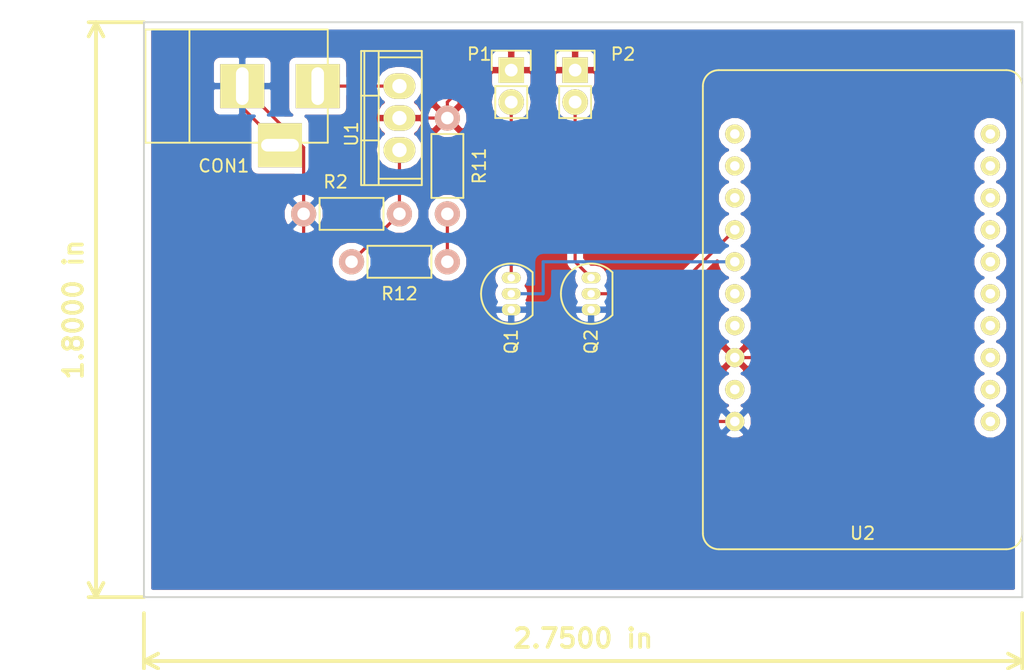
<source format=kicad_pcb>
(kicad_pcb (version 4) (host pcbnew 4.0.2-stable)

  (general
    (links 16)
    (no_connects 0)
    (area 39.294999 16.434999 109.295001 62.305001)
    (thickness 1.6)
    (drawings 6)
    (tracks 29)
    (zones 0)
    (modules 10)
    (nets 27)
  )

  (page A4)
  (layers
    (0 F.Cu signal)
    (31 B.Cu signal)
    (32 B.Adhes user)
    (33 F.Adhes user)
    (34 B.Paste user)
    (35 F.Paste user)
    (36 B.SilkS user)
    (37 F.SilkS user)
    (38 B.Mask user)
    (39 F.Mask user)
    (40 Dwgs.User user)
    (41 Cmts.User user)
    (42 Eco1.User user)
    (43 Eco2.User user)
    (44 Edge.Cuts user)
    (45 Margin user)
    (46 B.CrtYd user)
    (47 F.CrtYd user)
    (48 B.Fab user)
    (49 F.Fab user)
  )

  (setup
    (last_trace_width 0.25)
    (trace_clearance 0.2)
    (zone_clearance 0.508)
    (zone_45_only no)
    (trace_min 0.2)
    (segment_width 0.2)
    (edge_width 0.15)
    (via_size 0.6)
    (via_drill 0.4)
    (via_min_size 0.4)
    (via_min_drill 0.3)
    (uvia_size 0.3)
    (uvia_drill 0.1)
    (uvias_allowed no)
    (uvia_min_size 0.2)
    (uvia_min_drill 0.1)
    (pcb_text_width 0.3)
    (pcb_text_size 1.5 1.5)
    (mod_edge_width 0.15)
    (mod_text_size 1 1)
    (mod_text_width 0.15)
    (pad_size 1.524 1.524)
    (pad_drill 0.762)
    (pad_to_mask_clearance 0.2)
    (aux_axis_origin 0 0)
    (visible_elements 7FFFFFFF)
    (pcbplotparams
      (layerselection 0x00030_80000001)
      (usegerberextensions false)
      (excludeedgelayer true)
      (linewidth 0.100000)
      (plotframeref false)
      (viasonmask false)
      (mode 1)
      (useauxorigin false)
      (hpglpennumber 1)
      (hpglpenspeed 20)
      (hpglpendiameter 15)
      (hpglpenoverlay 2)
      (psnegative false)
      (psa4output false)
      (plotreference true)
      (plotvalue true)
      (plotinvisibletext false)
      (padsonsilk false)
      (subtractmaskfromsilk false)
      (outputformat 1)
      (mirror false)
      (drillshape 1)
      (scaleselection 1)
      (outputdirectory ""))
  )

  (net 0 "")
  (net 1 "Net-(CON1-Pad1)")
  (net 2 "Net-(P1-Pad2)")
  (net 3 "Net-(P2-Pad2)")
  (net 4 "Net-(Q1-Pad2)")
  (net 5 "Net-(Q2-Pad2)")
  (net 6 "Net-(U2-Pad1)")
  (net 7 "Net-(U2-Pad3)")
  (net 8 "Net-(U2-Pad5)")
  (net 9 "Net-(U2-Pad11)")
  (net 10 "Net-(U2-Pad13)")
  (net 11 "Net-(U2-Pad17)")
  (net 12 "Net-(U2-Pad2)")
  (net 13 "Net-(U2-Pad4)")
  (net 14 "Net-(U2-Pad6)")
  (net 15 "Net-(U2-Pad8)")
  (net 16 "Net-(U2-Pad10)")
  (net 17 "Net-(U2-Pad12)")
  (net 18 "Net-(U2-Pad14)")
  (net 19 "Net-(U2-Pad16)")
  (net 20 "Net-(U2-Pad18)")
  (net 21 "Net-(U2-Pad20)")
  (net 22 "Net-(CON1-Pad3)")
  (net 23 "Net-(R12-Pad2)")
  (net 24 "Net-(R11-Pad2)")
  (net 25 GND)
  (net 26 +12V)

  (net_class Default "Ceci est la Netclass par défaut"
    (clearance 0.2)
    (trace_width 0.25)
    (via_dia 0.6)
    (via_drill 0.4)
    (uvia_dia 0.3)
    (uvia_drill 0.1)
    (add_net +12V)
    (add_net GND)
    (add_net "Net-(CON1-Pad1)")
    (add_net "Net-(CON1-Pad3)")
    (add_net "Net-(P1-Pad2)")
    (add_net "Net-(P2-Pad2)")
    (add_net "Net-(Q1-Pad2)")
    (add_net "Net-(Q2-Pad2)")
    (add_net "Net-(R11-Pad2)")
    (add_net "Net-(R12-Pad2)")
    (add_net "Net-(U2-Pad1)")
    (add_net "Net-(U2-Pad10)")
    (add_net "Net-(U2-Pad11)")
    (add_net "Net-(U2-Pad12)")
    (add_net "Net-(U2-Pad13)")
    (add_net "Net-(U2-Pad14)")
    (add_net "Net-(U2-Pad16)")
    (add_net "Net-(U2-Pad17)")
    (add_net "Net-(U2-Pad18)")
    (add_net "Net-(U2-Pad2)")
    (add_net "Net-(U2-Pad20)")
    (add_net "Net-(U2-Pad3)")
    (add_net "Net-(U2-Pad4)")
    (add_net "Net-(U2-Pad5)")
    (add_net "Net-(U2-Pad6)")
    (add_net "Net-(U2-Pad8)")
  )

  (module "Adafruit_huzzah:Adafruit HUZZAH" (layer F.Cu) (tedit 56E6ED27) (tstamp 56F831D5)
    (at 83.82 20.32)
    (path /56F82B44)
    (fp_text reference U2 (at 12.7 36.83) (layer F.SilkS)
      (effects (font (size 1 1) (thickness 0.15)))
    )
    (fp_text value Adafruit_HUZZAH (at 12.7 1.27) (layer F.Fab)
      (effects (font (size 1 1) (thickness 0.15)))
    )
    (fp_line (start 25.4 36.83) (end 25.4 1.27) (layer F.SilkS) (width 0.15))
    (fp_line (start 1.27 38.1) (end 24.13 38.1) (layer F.SilkS) (width 0.15))
    (fp_line (start 0 1.27) (end 0 36.83) (layer F.SilkS) (width 0.15))
    (fp_line (start 1.27 0) (end 24.13 0) (layer F.SilkS) (width 0.15))
    (fp_arc (start 1.27 1.27) (end 0 1.27) (angle 90) (layer F.SilkS) (width 0.15))
    (fp_arc (start 24.13 1.27) (end 24.13 0) (angle 90) (layer F.SilkS) (width 0.15))
    (fp_arc (start 1.27 36.83) (end 1.27 38.1) (angle 90) (layer F.SilkS) (width 0.15))
    (fp_arc (start 24.13 36.83) (end 25.4 36.83) (angle 90) (layer F.SilkS) (width 0.15))
    (pad 1 thru_hole circle (at 2.54 5.08) (size 1.524 1.524) (drill 0.762) (layers *.Cu *.Mask F.SilkS)
      (net 6 "Net-(U2-Pad1)"))
    (pad 3 thru_hole circle (at 2.54 7.62) (size 1.524 1.524) (drill 0.762) (layers *.Cu *.Mask F.SilkS)
      (net 7 "Net-(U2-Pad3)"))
    (pad 5 thru_hole circle (at 2.54 10.16) (size 1.524 1.524) (drill 0.762) (layers *.Cu *.Mask F.SilkS)
      (net 8 "Net-(U2-Pad5)"))
    (pad 7 thru_hole circle (at 2.54 12.7) (size 1.524 1.524) (drill 0.762) (layers *.Cu *.Mask F.SilkS)
      (net 5 "Net-(Q2-Pad2)"))
    (pad 9 thru_hole circle (at 2.54 15.24) (size 1.524 1.524) (drill 0.762) (layers *.Cu *.Mask F.SilkS)
      (net 4 "Net-(Q1-Pad2)"))
    (pad 11 thru_hole circle (at 2.54 17.78) (size 1.524 1.524) (drill 0.762) (layers *.Cu *.Mask F.SilkS)
      (net 9 "Net-(U2-Pad11)"))
    (pad 13 thru_hole circle (at 2.54 20.32) (size 1.524 1.524) (drill 0.762) (layers *.Cu *.Mask F.SilkS)
      (net 10 "Net-(U2-Pad13)"))
    (pad 15 thru_hole circle (at 2.54 22.86) (size 1.524 1.524) (drill 0.762) (layers *.Cu *.Mask F.SilkS)
      (net 26 +12V))
    (pad 17 thru_hole circle (at 2.54 25.4) (size 1.524 1.524) (drill 0.762) (layers *.Cu *.Mask F.SilkS)
      (net 11 "Net-(U2-Pad17)"))
    (pad 19 thru_hole circle (at 2.54 27.94) (size 1.524 1.524) (drill 0.762) (layers *.Cu *.Mask F.SilkS)
      (net 25 GND))
    (pad 2 thru_hole circle (at 22.86 5.08) (size 1.524 1.524) (drill 0.762) (layers *.Cu *.Mask F.SilkS)
      (net 12 "Net-(U2-Pad2)"))
    (pad 4 thru_hole circle (at 22.86 7.62) (size 1.524 1.524) (drill 0.762) (layers *.Cu *.Mask F.SilkS)
      (net 13 "Net-(U2-Pad4)"))
    (pad 6 thru_hole circle (at 22.86 10.16) (size 1.524 1.524) (drill 0.762) (layers *.Cu *.Mask F.SilkS)
      (net 14 "Net-(U2-Pad6)"))
    (pad 8 thru_hole circle (at 22.86 12.7) (size 1.524 1.524) (drill 0.762) (layers *.Cu *.Mask F.SilkS)
      (net 15 "Net-(U2-Pad8)"))
    (pad 10 thru_hole circle (at 22.86 15.24) (size 1.524 1.524) (drill 0.762) (layers *.Cu *.Mask F.SilkS)
      (net 16 "Net-(U2-Pad10)"))
    (pad 12 thru_hole circle (at 22.86 17.78) (size 1.524 1.524) (drill 0.762) (layers *.Cu *.Mask F.SilkS)
      (net 17 "Net-(U2-Pad12)"))
    (pad 14 thru_hole circle (at 22.86 20.32) (size 1.524 1.524) (drill 0.762) (layers *.Cu *.Mask F.SilkS)
      (net 18 "Net-(U2-Pad14)"))
    (pad 16 thru_hole circle (at 22.86 22.86) (size 1.524 1.524) (drill 0.762) (layers *.Cu *.Mask F.SilkS)
      (net 19 "Net-(U2-Pad16)"))
    (pad 18 thru_hole circle (at 22.86 25.4) (size 1.524 1.524) (drill 0.762) (layers *.Cu *.Mask F.SilkS)
      (net 20 "Net-(U2-Pad18)"))
    (pad 20 thru_hole circle (at 22.86 27.94) (size 1.524 1.524) (drill 0.762) (layers *.Cu *.Mask F.SilkS)
      (net 21 "Net-(U2-Pad20)"))
  )

  (module Connect:BARREL_JACK (layer F.Cu) (tedit 56F832B3) (tstamp 56F83190)
    (at 46.99 21.59)
    (descr "DC Barrel Jack")
    (tags "Power Jack")
    (path /56F82A3E)
    (fp_text reference CON1 (at -1.27 6.35 180) (layer F.SilkS)
      (effects (font (size 1 1) (thickness 0.15)))
    )
    (fp_text value BARREL_JACK (at 0 -5.99948) (layer F.Fab)
      (effects (font (size 1 1) (thickness 0.15)))
    )
    (fp_line (start -4.0005 -4.50088) (end -4.0005 4.50088) (layer F.SilkS) (width 0.15))
    (fp_line (start -7.50062 -4.50088) (end -7.50062 4.50088) (layer F.SilkS) (width 0.15))
    (fp_line (start -7.50062 4.50088) (end 7.00024 4.50088) (layer F.SilkS) (width 0.15))
    (fp_line (start 7.00024 4.50088) (end 7.00024 -4.50088) (layer F.SilkS) (width 0.15))
    (fp_line (start 7.00024 -4.50088) (end -7.50062 -4.50088) (layer F.SilkS) (width 0.15))
    (pad 1 thru_hole rect (at 6.20014 0) (size 3.50012 3.50012) (drill oval 1.00076 2.99974) (layers *.Cu *.Mask F.SilkS)
      (net 1 "Net-(CON1-Pad1)"))
    (pad 2 thru_hole rect (at 0.20066 0) (size 3.50012 3.50012) (drill oval 1.00076 2.99974) (layers *.Cu *.Mask F.SilkS)
      (net 25 GND))
    (pad 3 thru_hole rect (at 3.2004 4.699) (size 3.50012 3.50012) (drill oval 2.99974 1.00076) (layers *.Cu *.Mask F.SilkS)
      (net 22 "Net-(CON1-Pad3)"))
  )

  (module Pin_Headers:Pin_Header_Straight_1x02 (layer F.Cu) (tedit 56F839B6) (tstamp 56F83196)
    (at 68.58 20.32)
    (descr "Through hole pin header")
    (tags "pin header")
    (path /56F83A91)
    (fp_text reference P1 (at -2.54 -1.27) (layer F.SilkS)
      (effects (font (size 1 1) (thickness 0.15)))
    )
    (fp_text value VALVE1 (at 0 -2.54) (layer F.Fab)
      (effects (font (size 1 1) (thickness 0.15)))
    )
    (fp_line (start 1.27 1.27) (end 1.27 3.81) (layer F.SilkS) (width 0.15))
    (fp_line (start 1.55 -1.55) (end 1.55 0) (layer F.SilkS) (width 0.15))
    (fp_line (start -1.75 -1.75) (end -1.75 4.3) (layer F.CrtYd) (width 0.05))
    (fp_line (start 1.75 -1.75) (end 1.75 4.3) (layer F.CrtYd) (width 0.05))
    (fp_line (start -1.75 -1.75) (end 1.75 -1.75) (layer F.CrtYd) (width 0.05))
    (fp_line (start -1.75 4.3) (end 1.75 4.3) (layer F.CrtYd) (width 0.05))
    (fp_line (start 1.27 1.27) (end -1.27 1.27) (layer F.SilkS) (width 0.15))
    (fp_line (start -1.55 0) (end -1.55 -1.55) (layer F.SilkS) (width 0.15))
    (fp_line (start -1.55 -1.55) (end 1.55 -1.55) (layer F.SilkS) (width 0.15))
    (fp_line (start -1.27 1.27) (end -1.27 3.81) (layer F.SilkS) (width 0.15))
    (fp_line (start -1.27 3.81) (end 1.27 3.81) (layer F.SilkS) (width 0.15))
    (pad 1 thru_hole rect (at 0 0) (size 2.032 2.032) (drill 1.016) (layers *.Cu *.Mask F.SilkS)
      (net 26 +12V))
    (pad 2 thru_hole oval (at 0 2.54) (size 2.032 2.032) (drill 1.016) (layers *.Cu *.Mask F.SilkS)
      (net 2 "Net-(P1-Pad2)"))
    (model Pin_Headers.3dshapes/Pin_Header_Straight_1x02.wrl
      (at (xyz 0 -0.05 0))
      (scale (xyz 1 1 1))
      (rotate (xyz 0 0 90))
    )
  )

  (module Pin_Headers:Pin_Header_Straight_1x02 (layer F.Cu) (tedit 56F87B7D) (tstamp 56F8319C)
    (at 73.66 20.32)
    (descr "Through hole pin header")
    (tags "pin header")
    (path /56F83AC4)
    (fp_text reference P2 (at 3.81 -1.27) (layer F.SilkS)
      (effects (font (size 1 1) (thickness 0.15)))
    )
    (fp_text value VALVE2 (at 1.27 -2.54) (layer F.Fab)
      (effects (font (size 1 1) (thickness 0.15)))
    )
    (fp_line (start 1.27 1.27) (end 1.27 3.81) (layer F.SilkS) (width 0.15))
    (fp_line (start 1.55 -1.55) (end 1.55 0) (layer F.SilkS) (width 0.15))
    (fp_line (start -1.75 -1.75) (end -1.75 4.3) (layer F.CrtYd) (width 0.05))
    (fp_line (start 1.75 -1.75) (end 1.75 4.3) (layer F.CrtYd) (width 0.05))
    (fp_line (start -1.75 -1.75) (end 1.75 -1.75) (layer F.CrtYd) (width 0.05))
    (fp_line (start -1.75 4.3) (end 1.75 4.3) (layer F.CrtYd) (width 0.05))
    (fp_line (start 1.27 1.27) (end -1.27 1.27) (layer F.SilkS) (width 0.15))
    (fp_line (start -1.55 0) (end -1.55 -1.55) (layer F.SilkS) (width 0.15))
    (fp_line (start -1.55 -1.55) (end 1.55 -1.55) (layer F.SilkS) (width 0.15))
    (fp_line (start -1.27 1.27) (end -1.27 3.81) (layer F.SilkS) (width 0.15))
    (fp_line (start -1.27 3.81) (end 1.27 3.81) (layer F.SilkS) (width 0.15))
    (pad 1 thru_hole rect (at 0 0) (size 2.032 2.032) (drill 1.016) (layers *.Cu *.Mask F.SilkS)
      (net 26 +12V))
    (pad 2 thru_hole oval (at 0 2.54) (size 2.032 2.032) (drill 1.016) (layers *.Cu *.Mask F.SilkS)
      (net 3 "Net-(P2-Pad2)"))
    (model Pin_Headers.3dshapes/Pin_Header_Straight_1x02.wrl
      (at (xyz 0 -0.05 0))
      (scale (xyz 1 1 1))
      (rotate (xyz 0 0 90))
    )
  )

  (module TO_SOT_Packages_THT:TO-92_Inline_Narrow_Oval (layer F.Cu) (tedit 56F839C9) (tstamp 56F831A3)
    (at 68.58 39.37 90)
    (descr "TO-92 leads in-line, narrow, oval pads, drill 0.6mm (see NXP sot054_po.pdf)")
    (tags "to-92 sc-43 sc-43a sot54 PA33 transistor")
    (path /56F82917)
    (fp_text reference Q1 (at -2.54 0 90) (layer F.SilkS)
      (effects (font (size 1 1) (thickness 0.15)))
    )
    (fp_text value PN2222A (at 0 3 90) (layer F.Fab)
      (effects (font (size 1 1) (thickness 0.15)))
    )
    (fp_line (start -1.4 1.95) (end -1.4 -2.65) (layer F.CrtYd) (width 0.05))
    (fp_line (start -1.4 1.95) (end 3.95 1.95) (layer F.CrtYd) (width 0.05))
    (fp_line (start -0.43 1.7) (end 2.97 1.7) (layer F.SilkS) (width 0.15))
    (fp_arc (start 1.27 0) (end 1.27 -2.4) (angle -135) (layer F.SilkS) (width 0.15))
    (fp_arc (start 1.27 0) (end 1.27 -2.4) (angle 135) (layer F.SilkS) (width 0.15))
    (fp_line (start -1.4 -2.65) (end 3.95 -2.65) (layer F.CrtYd) (width 0.05))
    (fp_line (start 3.95 1.95) (end 3.95 -2.65) (layer F.CrtYd) (width 0.05))
    (pad 2 thru_hole oval (at 1.27 0 270) (size 0.89916 1.50114) (drill 0.6) (layers *.Cu *.Mask F.SilkS)
      (net 4 "Net-(Q1-Pad2)"))
    (pad 3 thru_hole oval (at 2.54 0 270) (size 0.89916 1.50114) (drill 0.6) (layers *.Cu *.Mask F.SilkS)
      (net 2 "Net-(P1-Pad2)"))
    (pad 1 thru_hole oval (at 0 0 270) (size 0.89916 1.50114) (drill 0.6) (layers *.Cu *.Mask F.SilkS)
      (net 25 GND))
    (model TO_SOT_Packages_THT.3dshapes/TO-92_Inline_Narrow_Oval.wrl
      (at (xyz 0.05 0 0))
      (scale (xyz 1 1 1))
      (rotate (xyz 0 0 -90))
    )
  )

  (module TO_SOT_Packages_THT:TO-92_Inline_Narrow_Oval (layer F.Cu) (tedit 56F839CD) (tstamp 56F831AA)
    (at 74.93 39.37 90)
    (descr "TO-92 leads in-line, narrow, oval pads, drill 0.6mm (see NXP sot054_po.pdf)")
    (tags "to-92 sc-43 sc-43a sot54 PA33 transistor")
    (path /56F82944)
    (fp_text reference Q2 (at -2.54 0 90) (layer F.SilkS)
      (effects (font (size 1 1) (thickness 0.15)))
    )
    (fp_text value PN2222A (at 0 3 90) (layer F.Fab)
      (effects (font (size 1 1) (thickness 0.15)))
    )
    (fp_line (start -1.4 1.95) (end -1.4 -2.65) (layer F.CrtYd) (width 0.05))
    (fp_line (start -1.4 1.95) (end 3.95 1.95) (layer F.CrtYd) (width 0.05))
    (fp_line (start -0.43 1.7) (end 2.97 1.7) (layer F.SilkS) (width 0.15))
    (fp_arc (start 1.27 0) (end 1.27 -2.4) (angle -135) (layer F.SilkS) (width 0.15))
    (fp_arc (start 1.27 0) (end 1.27 -2.4) (angle 135) (layer F.SilkS) (width 0.15))
    (fp_line (start -1.4 -2.65) (end 3.95 -2.65) (layer F.CrtYd) (width 0.05))
    (fp_line (start 3.95 1.95) (end 3.95 -2.65) (layer F.CrtYd) (width 0.05))
    (pad 2 thru_hole oval (at 1.27 0 270) (size 0.89916 1.50114) (drill 0.6) (layers *.Cu *.Mask F.SilkS)
      (net 5 "Net-(Q2-Pad2)"))
    (pad 3 thru_hole oval (at 2.54 0 270) (size 0.89916 1.50114) (drill 0.6) (layers *.Cu *.Mask F.SilkS)
      (net 3 "Net-(P2-Pad2)"))
    (pad 1 thru_hole oval (at 0 0 270) (size 0.89916 1.50114) (drill 0.6) (layers *.Cu *.Mask F.SilkS)
      (net 25 GND))
    (model TO_SOT_Packages_THT.3dshapes/TO-92_Inline_Narrow_Oval.wrl
      (at (xyz 0.05 0 0))
      (scale (xyz 1 1 1))
      (rotate (xyz 0 0 -90))
    )
  )

  (module Resistors_ThroughHole:Resistor_Horizontal_RM7mm (layer F.Cu) (tedit 56F87A52) (tstamp 56F831B6)
    (at 59.69 31.75 180)
    (descr "Resistor, Axial,  RM 7.62mm, 1/3W,")
    (tags "Resistor Axial RM 7.62mm 1/3W R3")
    (path /56F829DB)
    (fp_text reference R2 (at 5.08 2.54 180) (layer F.SilkS)
      (effects (font (size 1 1) (thickness 0.15)))
    )
    (fp_text value 3300 (at 3.81 0 180) (layer F.Fab)
      (effects (font (size 1 1) (thickness 0.15)))
    )
    (fp_line (start -1.25 -1.5) (end 8.85 -1.5) (layer F.CrtYd) (width 0.05))
    (fp_line (start -1.25 1.5) (end -1.25 -1.5) (layer F.CrtYd) (width 0.05))
    (fp_line (start 8.85 -1.5) (end 8.85 1.5) (layer F.CrtYd) (width 0.05))
    (fp_line (start -1.25 1.5) (end 8.85 1.5) (layer F.CrtYd) (width 0.05))
    (fp_line (start 1.27 -1.27) (end 6.35 -1.27) (layer F.SilkS) (width 0.15))
    (fp_line (start 6.35 -1.27) (end 6.35 1.27) (layer F.SilkS) (width 0.15))
    (fp_line (start 6.35 1.27) (end 1.27 1.27) (layer F.SilkS) (width 0.15))
    (fp_line (start 1.27 1.27) (end 1.27 -1.27) (layer F.SilkS) (width 0.15))
    (pad 1 thru_hole circle (at 0 0 180) (size 1.99898 1.99898) (drill 1.00076) (layers *.Cu *.SilkS *.Mask)
      (net 23 "Net-(R12-Pad2)"))
    (pad 2 thru_hole circle (at 7.62 0 180) (size 1.99898 1.99898) (drill 1.00076) (layers *.Cu *.SilkS *.Mask)
      (net 25 GND))
  )

  (module Power_Integrations:TO-220 (layer F.Cu) (tedit 56F87B85) (tstamp 56F831BD)
    (at 59.69 24.13 90)
    (descr "Non Isolated JEDEC TO-220 Package")
    (tags "Power Integration YN Package")
    (path /56F8295D)
    (fp_text reference U1 (at -1.27 -3.81 90) (layer F.SilkS)
      (effects (font (size 1 1) (thickness 0.15)))
    )
    (fp_text value LM317T (at 6.35 -1.27 180) (layer F.Fab)
      (effects (font (size 1 1) (thickness 0.15)))
    )
    (fp_line (start 4.826 -1.651) (end 4.826 1.778) (layer F.SilkS) (width 0.15))
    (fp_line (start -4.826 -1.651) (end -4.826 1.778) (layer F.SilkS) (width 0.15))
    (fp_line (start 5.334 -2.794) (end -5.334 -2.794) (layer F.SilkS) (width 0.15))
    (fp_line (start 1.778 -1.778) (end 1.778 -3.048) (layer F.SilkS) (width 0.15))
    (fp_line (start -1.778 -1.778) (end -1.778 -3.048) (layer F.SilkS) (width 0.15))
    (fp_line (start -5.334 -1.651) (end 5.334 -1.651) (layer F.SilkS) (width 0.15))
    (fp_line (start 5.334 1.778) (end -5.334 1.778) (layer F.SilkS) (width 0.15))
    (fp_line (start -5.334 -3.048) (end -5.334 1.778) (layer F.SilkS) (width 0.15))
    (fp_line (start 5.334 -3.048) (end 5.334 1.778) (layer F.SilkS) (width 0.15))
    (fp_line (start 5.334 -3.048) (end -5.334 -3.048) (layer F.SilkS) (width 0.15))
    (pad 2 thru_hole oval (at 0 0 90) (size 2.032 2.54) (drill 1.143) (layers *.Cu *.Mask F.SilkS)
      (net 26 +12V))
    (pad 3 thru_hole oval (at 2.54 0 90) (size 2.032 2.54) (drill 1.143) (layers *.Cu *.Mask F.SilkS)
      (net 1 "Net-(CON1-Pad1)"))
    (pad 1 thru_hole oval (at -2.54 0 90) (size 2.032 2.54) (drill 1.143) (layers *.Cu *.Mask F.SilkS)
      (net 23 "Net-(R12-Pad2)"))
  )

  (module Resistors_ThroughHole:Resistor_Horizontal_RM7mm (layer F.Cu) (tedit 56F87A46) (tstamp 56F879EC)
    (at 63.5 24.13 270)
    (descr "Resistor, Axial,  RM 7.62mm, 1/3W,")
    (tags "Resistor Axial RM 7.62mm 1/3W R3")
    (path /56F82978)
    (fp_text reference R11 (at 3.81 -2.54 270) (layer F.SilkS)
      (effects (font (size 1 1) (thickness 0.15)))
    )
    (fp_text value 330 (at 3.81 0 270) (layer F.Fab)
      (effects (font (size 1 1) (thickness 0.15)))
    )
    (fp_line (start -1.25 -1.5) (end 8.85 -1.5) (layer F.CrtYd) (width 0.05))
    (fp_line (start -1.25 1.5) (end -1.25 -1.5) (layer F.CrtYd) (width 0.05))
    (fp_line (start 8.85 -1.5) (end 8.85 1.5) (layer F.CrtYd) (width 0.05))
    (fp_line (start -1.25 1.5) (end 8.85 1.5) (layer F.CrtYd) (width 0.05))
    (fp_line (start 1.27 -1.27) (end 6.35 -1.27) (layer F.SilkS) (width 0.15))
    (fp_line (start 6.35 -1.27) (end 6.35 1.27) (layer F.SilkS) (width 0.15))
    (fp_line (start 6.35 1.27) (end 1.27 1.27) (layer F.SilkS) (width 0.15))
    (fp_line (start 1.27 1.27) (end 1.27 -1.27) (layer F.SilkS) (width 0.15))
    (pad 1 thru_hole circle (at 0 0 270) (size 1.99898 1.99898) (drill 1.00076) (layers *.Cu *.SilkS *.Mask)
      (net 26 +12V))
    (pad 2 thru_hole circle (at 7.62 0 270) (size 1.99898 1.99898) (drill 1.00076) (layers *.Cu *.SilkS *.Mask)
      (net 24 "Net-(R11-Pad2)"))
  )

  (module Resistors_ThroughHole:Resistor_Horizontal_RM7mm (layer F.Cu) (tedit 56F87A4C) (tstamp 56F879F2)
    (at 63.5 35.56 180)
    (descr "Resistor, Axial,  RM 7.62mm, 1/3W,")
    (tags "Resistor Axial RM 7.62mm 1/3W R3")
    (path /56F87A89)
    (fp_text reference R12 (at 3.81 -2.54 180) (layer F.SilkS)
      (effects (font (size 1 1) (thickness 0.15)))
    )
    (fp_text value 39 (at 3.81 0 180) (layer F.Fab)
      (effects (font (size 1 1) (thickness 0.15)))
    )
    (fp_line (start -1.25 -1.5) (end 8.85 -1.5) (layer F.CrtYd) (width 0.05))
    (fp_line (start -1.25 1.5) (end -1.25 -1.5) (layer F.CrtYd) (width 0.05))
    (fp_line (start 8.85 -1.5) (end 8.85 1.5) (layer F.CrtYd) (width 0.05))
    (fp_line (start -1.25 1.5) (end 8.85 1.5) (layer F.CrtYd) (width 0.05))
    (fp_line (start 1.27 -1.27) (end 6.35 -1.27) (layer F.SilkS) (width 0.15))
    (fp_line (start 6.35 -1.27) (end 6.35 1.27) (layer F.SilkS) (width 0.15))
    (fp_line (start 6.35 1.27) (end 1.27 1.27) (layer F.SilkS) (width 0.15))
    (fp_line (start 1.27 1.27) (end 1.27 -1.27) (layer F.SilkS) (width 0.15))
    (pad 1 thru_hole circle (at 0 0 180) (size 1.99898 1.99898) (drill 1.00076) (layers *.Cu *.SilkS *.Mask)
      (net 24 "Net-(R11-Pad2)"))
    (pad 2 thru_hole circle (at 7.62 0 180) (size 1.99898 1.99898) (drill 1.00076) (layers *.Cu *.SilkS *.Mask)
      (net 23 "Net-(R12-Pad2)"))
  )

  (dimension 45.72 (width 0.3) (layer F.SilkS)
    (gr_text "45,720 mm" (at 34.21 39.37 270) (layer F.SilkS)
      (effects (font (size 1.5 1.5) (thickness 0.3)))
    )
    (feature1 (pts (xy 39.37 62.23) (xy 32.86 62.23)))
    (feature2 (pts (xy 39.37 16.51) (xy 32.86 16.51)))
    (crossbar (pts (xy 35.56 16.51) (xy 35.56 62.23)))
    (arrow1a (pts (xy 35.56 62.23) (xy 34.973579 61.103496)))
    (arrow1b (pts (xy 35.56 62.23) (xy 36.146421 61.103496)))
    (arrow2a (pts (xy 35.56 16.51) (xy 34.973579 17.636504)))
    (arrow2b (pts (xy 35.56 16.51) (xy 36.146421 17.636504)))
  )
  (gr_line (start 109.22 62.23) (end 39.37 62.23) (angle 90) (layer Edge.Cuts) (width 0.15))
  (gr_line (start 109.22 16.51) (end 109.22 62.23) (angle 90) (layer Edge.Cuts) (width 0.15))
  (gr_line (start 39.37 16.51) (end 109.22 16.51) (angle 90) (layer Edge.Cuts) (width 0.15))
  (dimension 69.85 (width 0.3) (layer F.SilkS)
    (gr_text "69,850 mm" (at 74.295 68.66) (layer F.SilkS)
      (effects (font (size 1.5 1.5) (thickness 0.3)))
    )
    (feature1 (pts (xy 109.22 63.5) (xy 109.22 70.01)))
    (feature2 (pts (xy 39.37 63.5) (xy 39.37 70.01)))
    (crossbar (pts (xy 39.37 67.31) (xy 109.22 67.31)))
    (arrow1a (pts (xy 109.22 67.31) (xy 108.093496 67.896421)))
    (arrow1b (pts (xy 109.22 67.31) (xy 108.093496 66.723579)))
    (arrow2a (pts (xy 39.37 67.31) (xy 40.496504 67.896421)))
    (arrow2b (pts (xy 39.37 67.31) (xy 40.496504 66.723579)))
  )
  (gr_line (start 39.37 16.51) (end 39.37 62.23) (angle 90) (layer Edge.Cuts) (width 0.15))

  (segment (start 53.19014 21.59) (end 59.69 21.59) (width 0.25) (layer F.Cu) (net 1))
  (segment (start 68.58 22.86) (end 68.58 36.83) (width 0.25) (layer F.Cu) (net 2))
  (segment (start 73.66 22.86) (end 73.66 35.56) (width 0.25) (layer F.Cu) (net 3))
  (segment (start 73.66 35.56) (end 74.93 36.83) (width 0.25) (layer F.Cu) (net 3) (tstamp 56F83A2F))
  (segment (start 68.58 38.1) (end 71.12 38.1) (width 0.25) (layer B.Cu) (net 4))
  (segment (start 71.12 35.56) (end 86.36 35.56) (width 0.25) (layer B.Cu) (net 4) (tstamp 56F83A98))
  (segment (start 71.12 38.1) (end 71.12 35.56) (width 0.25) (layer B.Cu) (net 4) (tstamp 56F83A92))
  (segment (start 74.93 38.1) (end 81.28 38.1) (width 0.25) (layer F.Cu) (net 5))
  (segment (start 81.28 38.1) (end 86.36 33.02) (width 0.25) (layer F.Cu) (net 5) (tstamp 56F83A68))
  (segment (start 55.88 35.56) (end 59.69 31.75) (width 0.25) (layer F.Cu) (net 23))
  (segment (start 59.69 26.67) (end 59.69 31.75) (width 0.25) (layer F.Cu) (net 23))
  (segment (start 63.5 31.75) (end 63.5 35.56) (width 0.25) (layer F.Cu) (net 24))
  (segment (start 47.19066 21.59) (end 47.19066 23.28926) (width 0.25) (layer F.Cu) (net 25))
  (segment (start 47.19066 23.28926) (end 50.1904 26.289) (width 0.25) (layer F.Cu) (net 25) (tstamp 56F83AC3))
  (segment (start 52.07 31.75) (end 52.07 26.46934) (width 0.25) (layer F.Cu) (net 25))
  (segment (start 52.07 26.46934) (end 47.19066 21.59) (width 0.25) (layer F.Cu) (net 25) (tstamp 56F83AB4))
  (segment (start 74.93 39.37) (end 74.93 48.26) (width 0.25) (layer F.Cu) (net 25))
  (segment (start 74.93 48.26) (end 86.36 48.26) (width 0.25) (layer F.Cu) (net 25) (tstamp 56F83A59))
  (segment (start 74.93 39.37) (end 68.58 39.37) (width 0.25) (layer F.Cu) (net 25))
  (segment (start 52.07 31.75) (end 52.07 39.37) (width 0.25) (layer F.Cu) (net 25))
  (segment (start 52.07 39.37) (end 68.58 39.37) (width 0.25) (layer F.Cu) (net 25) (tstamp 56F839F6))
  (segment (start 63.5 24.13) (end 63.5 22.86) (width 0.25) (layer F.Cu) (net 26))
  (segment (start 66.04 20.32) (end 68.58 20.32) (width 0.25) (layer F.Cu) (net 26) (tstamp 56F87A75))
  (segment (start 63.5 22.86) (end 66.04 20.32) (width 0.25) (layer F.Cu) (net 26) (tstamp 56F87A69))
  (segment (start 59.69 24.13) (end 63.5 24.13) (width 0.25) (layer F.Cu) (net 26))
  (segment (start 73.66 20.32) (end 88.9 20.32) (width 0.25) (layer F.Cu) (net 26))
  (segment (start 88.9 43.18) (end 86.36 43.18) (width 0.25) (layer F.Cu) (net 26) (tstamp 56F83A3E))
  (segment (start 88.9 20.32) (end 88.9 43.18) (width 0.25) (layer F.Cu) (net 26) (tstamp 56F83A3B))
  (segment (start 73.66 20.32) (end 68.58 20.32) (width 0.25) (layer F.Cu) (net 26))

  (zone (net 26) (net_name +12V) (layer F.Cu) (tstamp 56FAB08B) (hatch edge 0.508)
    (connect_pads (clearance 0.508))
    (min_thickness 0.254)
    (fill yes (arc_segments 16) (thermal_gap 0.508) (thermal_bridge_width 0.508))
    (polygon
      (pts
        (xy 109.22 62.23) (xy 39.37 62.23) (xy 39.37 16.51) (xy 109.22 16.51) (xy 109.22 62.23)
      )
    )
    (filled_polygon
      (pts
        (xy 108.51 61.52) (xy 40.08 61.52) (xy 40.08 19.83994) (xy 44.79316 19.83994) (xy 44.79316 23.34006)
        (xy 44.837438 23.575377) (xy 44.97651 23.791501) (xy 45.18871 23.936491) (xy 45.4406 23.9875) (xy 46.814098 23.9875)
        (xy 47.7929 24.966302) (xy 47.7929 28.03906) (xy 47.837178 28.274377) (xy 47.97625 28.490501) (xy 48.18845 28.635491)
        (xy 48.44034 28.6865) (xy 51.31 28.6865) (xy 51.31 30.295504) (xy 51.145345 30.363538) (xy 50.685154 30.822927)
        (xy 50.435794 31.423453) (xy 50.435226 32.073694) (xy 50.683538 32.674655) (xy 51.142927 33.134846) (xy 51.31 33.204221)
        (xy 51.31 39.37) (xy 51.367852 39.660839) (xy 51.532599 39.907401) (xy 51.779161 40.072148) (xy 52.07 40.13)
        (xy 67.480331 40.13) (xy 67.484951 40.136914) (xy 67.836814 40.372021) (xy 68.251865 40.45458) (xy 68.908135 40.45458)
        (xy 69.323186 40.372021) (xy 69.675049 40.136914) (xy 69.679669 40.13) (xy 73.830331 40.13) (xy 73.834951 40.136914)
        (xy 74.17 40.360786) (xy 74.17 48.26) (xy 74.227852 48.550839) (xy 74.392599 48.797401) (xy 74.639161 48.962148)
        (xy 74.93 49.02) (xy 85.162469 49.02) (xy 85.17499 49.050303) (xy 85.56763 49.443629) (xy 86.0809 49.656757)
        (xy 86.636661 49.657242) (xy 87.150303 49.44501) (xy 87.543629 49.05237) (xy 87.756757 48.5391) (xy 87.757242 47.983339)
        (xy 87.54501 47.469697) (xy 87.15237 47.076371) (xy 86.944488 46.990051) (xy 87.150303 46.90501) (xy 87.543629 46.51237)
        (xy 87.756757 45.9991) (xy 87.757242 45.443339) (xy 87.54501 44.929697) (xy 87.15237 44.536371) (xy 86.960273 44.456605)
        (xy 87.091143 44.402397) (xy 87.160608 44.160213) (xy 86.36 43.359605) (xy 85.559392 44.160213) (xy 85.628857 44.402397)
        (xy 85.769318 44.452509) (xy 85.569697 44.53499) (xy 85.176371 44.92763) (xy 84.963243 45.4409) (xy 84.962758 45.996661)
        (xy 85.17499 46.510303) (xy 85.56763 46.903629) (xy 85.775512 46.989949) (xy 85.569697 47.07499) (xy 85.176371 47.46763)
        (xy 85.16293 47.5) (xy 75.69 47.5) (xy 75.69 42.972302) (xy 84.950856 42.972302) (xy 84.978638 43.527368)
        (xy 85.137603 43.911143) (xy 85.379787 43.980608) (xy 86.180395 43.18) (xy 86.539605 43.18) (xy 87.340213 43.980608)
        (xy 87.582397 43.911143) (xy 87.769144 43.387698) (xy 87.741362 42.832632) (xy 87.582397 42.448857) (xy 87.340213 42.379392)
        (xy 86.539605 43.18) (xy 86.180395 43.18) (xy 85.379787 42.379392) (xy 85.137603 42.448857) (xy 84.950856 42.972302)
        (xy 75.69 42.972302) (xy 75.69 40.360786) (xy 76.025049 40.136914) (xy 76.260156 39.785051) (xy 76.342715 39.37)
        (xy 76.260156 38.954949) (xy 76.196713 38.86) (xy 81.28 38.86) (xy 81.570839 38.802148) (xy 81.817401 38.637401)
        (xy 84.963059 35.491743) (xy 84.962758 35.836661) (xy 85.17499 36.350303) (xy 85.56763 36.743629) (xy 85.775512 36.829949)
        (xy 85.569697 36.91499) (xy 85.176371 37.30763) (xy 84.963243 37.8209) (xy 84.962758 38.376661) (xy 85.17499 38.890303)
        (xy 85.56763 39.283629) (xy 85.775512 39.369949) (xy 85.569697 39.45499) (xy 85.176371 39.84763) (xy 84.963243 40.3609)
        (xy 84.962758 40.916661) (xy 85.17499 41.430303) (xy 85.56763 41.823629) (xy 85.759727 41.903395) (xy 85.628857 41.957603)
        (xy 85.559392 42.199787) (xy 86.36 43.000395) (xy 87.160608 42.199787) (xy 87.091143 41.957603) (xy 86.950682 41.907491)
        (xy 87.150303 41.82501) (xy 87.543629 41.43237) (xy 87.756757 40.9191) (xy 87.757242 40.363339) (xy 87.54501 39.849697)
        (xy 87.15237 39.456371) (xy 86.944488 39.370051) (xy 87.150303 39.28501) (xy 87.543629 38.89237) (xy 87.756757 38.3791)
        (xy 87.757242 37.823339) (xy 87.54501 37.309697) (xy 87.15237 36.916371) (xy 86.944488 36.830051) (xy 87.150303 36.74501)
        (xy 87.543629 36.35237) (xy 87.756757 35.8391) (xy 87.757242 35.283339) (xy 87.54501 34.769697) (xy 87.15237 34.376371)
        (xy 86.944488 34.290051) (xy 87.150303 34.20501) (xy 87.543629 33.81237) (xy 87.756757 33.2991) (xy 87.757242 32.743339)
        (xy 87.54501 32.229697) (xy 87.15237 31.836371) (xy 86.944488 31.750051) (xy 87.150303 31.66501) (xy 87.543629 31.27237)
        (xy 87.756757 30.7591) (xy 87.757242 30.203339) (xy 87.54501 29.689697) (xy 87.15237 29.296371) (xy 86.944488 29.210051)
        (xy 87.150303 29.12501) (xy 87.543629 28.73237) (xy 87.756757 28.2191) (xy 87.757242 27.663339) (xy 87.54501 27.149697)
        (xy 87.15237 26.756371) (xy 86.944488 26.670051) (xy 87.150303 26.58501) (xy 87.543629 26.19237) (xy 87.756757 25.6791)
        (xy 87.756759 25.676661) (xy 105.282758 25.676661) (xy 105.49499 26.190303) (xy 105.88763 26.583629) (xy 106.095512 26.669949)
        (xy 105.889697 26.75499) (xy 105.496371 27.14763) (xy 105.283243 27.6609) (xy 105.282758 28.216661) (xy 105.49499 28.730303)
        (xy 105.88763 29.123629) (xy 106.095512 29.209949) (xy 105.889697 29.29499) (xy 105.496371 29.68763) (xy 105.283243 30.2009)
        (xy 105.282758 30.756661) (xy 105.49499 31.270303) (xy 105.88763 31.663629) (xy 106.095512 31.749949) (xy 105.889697 31.83499)
        (xy 105.496371 32.22763) (xy 105.283243 32.7409) (xy 105.282758 33.296661) (xy 105.49499 33.810303) (xy 105.88763 34.203629)
        (xy 106.095512 34.289949) (xy 105.889697 34.37499) (xy 105.496371 34.76763) (xy 105.283243 35.2809) (xy 105.282758 35.836661)
        (xy 105.49499 36.350303) (xy 105.88763 36.743629) (xy 106.095512 36.829949) (xy 105.889697 36.91499) (xy 105.496371 37.30763)
        (xy 105.283243 37.8209) (xy 105.282758 38.376661) (xy 105.49499 38.890303) (xy 105.88763 39.283629) (xy 106.095512 39.369949)
        (xy 105.889697 39.45499) (xy 105.496371 39.84763) (xy 105.283243 40.3609) (xy 105.282758 40.916661) (xy 105.49499 41.430303)
        (xy 105.88763 41.823629) (xy 106.095512 41.909949) (xy 105.889697 41.99499) (xy 105.496371 42.38763) (xy 105.283243 42.9009)
        (xy 105.282758 43.456661) (xy 105.49499 43.970303) (xy 105.88763 44.363629) (xy 106.095512 44.449949) (xy 105.889697 44.53499)
        (xy 105.496371 44.92763) (xy 105.283243 45.4409) (xy 105.282758 45.996661) (xy 105.49499 46.510303) (xy 105.88763 46.903629)
        (xy 106.095512 46.989949) (xy 105.889697 47.07499) (xy 105.496371 47.46763) (xy 105.283243 47.9809) (xy 105.282758 48.536661)
        (xy 105.49499 49.050303) (xy 105.88763 49.443629) (xy 106.4009 49.656757) (xy 106.956661 49.657242) (xy 107.470303 49.44501)
        (xy 107.863629 49.05237) (xy 108.076757 48.5391) (xy 108.077242 47.983339) (xy 107.86501 47.469697) (xy 107.47237 47.076371)
        (xy 107.264488 46.990051) (xy 107.470303 46.90501) (xy 107.863629 46.51237) (xy 108.076757 45.9991) (xy 108.077242 45.443339)
        (xy 107.86501 44.929697) (xy 107.47237 44.536371) (xy 107.264488 44.450051) (xy 107.470303 44.36501) (xy 107.863629 43.97237)
        (xy 108.076757 43.4591) (xy 108.077242 42.903339) (xy 107.86501 42.389697) (xy 107.47237 41.996371) (xy 107.264488 41.910051)
        (xy 107.470303 41.82501) (xy 107.863629 41.43237) (xy 108.076757 40.9191) (xy 108.077242 40.363339) (xy 107.86501 39.849697)
        (xy 107.47237 39.456371) (xy 107.264488 39.370051) (xy 107.470303 39.28501) (xy 107.863629 38.89237) (xy 108.076757 38.3791)
        (xy 108.077242 37.823339) (xy 107.86501 37.309697) (xy 107.47237 36.916371) (xy 107.264488 36.830051) (xy 107.470303 36.74501)
        (xy 107.863629 36.35237) (xy 108.076757 35.8391) (xy 108.077242 35.283339) (xy 107.86501 34.769697) (xy 107.47237 34.376371)
        (xy 107.264488 34.290051) (xy 107.470303 34.20501) (xy 107.863629 33.81237) (xy 108.076757 33.2991) (xy 108.077242 32.743339)
        (xy 107.86501 32.229697) (xy 107.47237 31.836371) (xy 107.264488 31.750051) (xy 107.470303 31.66501) (xy 107.863629 31.27237)
        (xy 108.076757 30.7591) (xy 108.077242 30.203339) (xy 107.86501 29.689697) (xy 107.47237 29.296371) (xy 107.264488 29.210051)
        (xy 107.470303 29.12501) (xy 107.863629 28.73237) (xy 108.076757 28.2191) (xy 108.077242 27.663339) (xy 107.86501 27.149697)
        (xy 107.47237 26.756371) (xy 107.264488 26.670051) (xy 107.470303 26.58501) (xy 107.863629 26.19237) (xy 108.076757 25.6791)
        (xy 108.077242 25.123339) (xy 107.86501 24.609697) (xy 107.47237 24.216371) (xy 106.9591 24.003243) (xy 106.403339 24.002758)
        (xy 105.889697 24.21499) (xy 105.496371 24.60763) (xy 105.283243 25.1209) (xy 105.282758 25.676661) (xy 87.756759 25.676661)
        (xy 87.757242 25.123339) (xy 87.54501 24.609697) (xy 87.15237 24.216371) (xy 86.6391 24.003243) (xy 86.083339 24.002758)
        (xy 85.569697 24.21499) (xy 85.176371 24.60763) (xy 84.963243 25.1209) (xy 84.962758 25.676661) (xy 85.17499 26.190303)
        (xy 85.56763 26.583629) (xy 85.775512 26.669949) (xy 85.569697 26.75499) (xy 85.176371 27.14763) (xy 84.963243 27.6609)
        (xy 84.962758 28.216661) (xy 85.17499 28.730303) (xy 85.56763 29.123629) (xy 85.775512 29.209949) (xy 85.569697 29.29499)
        (xy 85.176371 29.68763) (xy 84.963243 30.2009) (xy 84.962758 30.756661) (xy 85.17499 31.270303) (xy 85.56763 31.663629)
        (xy 85.775512 31.749949) (xy 85.569697 31.83499) (xy 85.176371 32.22763) (xy 84.963243 32.7409) (xy 84.962758 33.296661)
        (xy 84.976143 33.329055) (xy 80.965198 37.34) (xy 76.196713 37.34) (xy 76.260156 37.245051) (xy 76.342715 36.83)
        (xy 76.260156 36.414949) (xy 76.025049 36.063086) (xy 75.673186 35.827979) (xy 75.258135 35.74542) (xy 74.920222 35.74542)
        (xy 74.42 35.245198) (xy 74.42 24.321283) (xy 74.859778 24.027433) (xy 75.21767 23.49181) (xy 75.343345 22.86)
        (xy 75.21767 22.22819) (xy 74.993034 21.891999) (xy 75.035698 21.874327) (xy 75.214327 21.695699) (xy 75.311 21.46231)
        (xy 75.311 20.60575) (xy 75.15225 20.447) (xy 73.787 20.447) (xy 73.787 20.467) (xy 73.533 20.467)
        (xy 73.533 20.447) (xy 72.16775 20.447) (xy 72.009 20.60575) (xy 72.009 21.46231) (xy 72.105673 21.695699)
        (xy 72.284302 21.874327) (xy 72.326966 21.891999) (xy 72.10233 22.22819) (xy 71.976655 22.86) (xy 72.10233 23.49181)
        (xy 72.460222 24.027433) (xy 72.9 24.321283) (xy 72.9 35.56) (xy 72.957852 35.850839) (xy 73.122599 36.097401)
        (xy 73.573349 36.548151) (xy 73.517285 36.83) (xy 73.599844 37.245051) (xy 73.746809 37.465) (xy 73.599844 37.684949)
        (xy 73.517285 38.1) (xy 73.599844 38.515051) (xy 73.663287 38.61) (xy 69.846713 38.61) (xy 69.910156 38.515051)
        (xy 69.992715 38.1) (xy 69.910156 37.684949) (xy 69.763191 37.465) (xy 69.910156 37.245051) (xy 69.992715 36.83)
        (xy 69.910156 36.414949) (xy 69.675049 36.063086) (xy 69.34 35.839214) (xy 69.34 24.321283) (xy 69.779778 24.027433)
        (xy 70.13767 23.49181) (xy 70.263345 22.86) (xy 70.13767 22.22819) (xy 69.913034 21.891999) (xy 69.955698 21.874327)
        (xy 70.134327 21.695699) (xy 70.231 21.46231) (xy 70.231 20.60575) (xy 70.07225 20.447) (xy 68.707 20.447)
        (xy 68.707 20.467) (xy 68.453 20.467) (xy 68.453 20.447) (xy 67.08775 20.447) (xy 66.929 20.60575)
        (xy 66.929 21.46231) (xy 67.025673 21.695699) (xy 67.204302 21.874327) (xy 67.246966 21.891999) (xy 67.02233 22.22819)
        (xy 66.896655 22.86) (xy 67.02233 23.49181) (xy 67.380222 24.027433) (xy 67.82 24.321283) (xy 67.82 35.839214)
        (xy 67.484951 36.063086) (xy 67.249844 36.414949) (xy 67.167285 36.83) (xy 67.249844 37.245051) (xy 67.396809 37.465)
        (xy 67.249844 37.684949) (xy 67.167285 38.1) (xy 67.249844 38.515051) (xy 67.313287 38.61) (xy 52.83 38.61)
        (xy 52.83 35.883694) (xy 54.245226 35.883694) (xy 54.493538 36.484655) (xy 54.952927 36.944846) (xy 55.553453 37.194206)
        (xy 56.203694 37.194774) (xy 56.804655 36.946462) (xy 57.264846 36.487073) (xy 57.514206 35.886547) (xy 57.514774 35.236306)
        (xy 57.445691 35.069111) (xy 59.198917 33.315885) (xy 59.363453 33.384206) (xy 60.013694 33.384774) (xy 60.614655 33.136462)
        (xy 61.074846 32.677073) (xy 61.324206 32.076547) (xy 61.324208 32.073694) (xy 61.865226 32.073694) (xy 62.113538 32.674655)
        (xy 62.572927 33.134846) (xy 62.74 33.204221) (xy 62.74 34.105504) (xy 62.575345 34.173538) (xy 62.115154 34.632927)
        (xy 61.865794 35.233453) (xy 61.865226 35.883694) (xy 62.113538 36.484655) (xy 62.572927 36.944846) (xy 63.173453 37.194206)
        (xy 63.823694 37.194774) (xy 64.424655 36.946462) (xy 64.884846 36.487073) (xy 65.134206 35.886547) (xy 65.134774 35.236306)
        (xy 64.886462 34.635345) (xy 64.427073 34.175154) (xy 64.26 34.105779) (xy 64.26 33.204496) (xy 64.424655 33.136462)
        (xy 64.884846 32.677073) (xy 65.134206 32.076547) (xy 65.134774 31.426306) (xy 64.886462 30.825345) (xy 64.427073 30.365154)
        (xy 63.826547 30.115794) (xy 63.176306 30.115226) (xy 62.575345 30.363538) (xy 62.115154 30.822927) (xy 61.865794 31.423453)
        (xy 61.865226 32.073694) (xy 61.324208 32.073694) (xy 61.324774 31.426306) (xy 61.076462 30.825345) (xy 60.617073 30.365154)
        (xy 60.45 30.295779) (xy 60.45 28.227774) (xy 60.613131 28.195325) (xy 61.148754 27.837433) (xy 61.506646 27.30181)
        (xy 61.632321 26.67) (xy 61.506646 26.03819) (xy 61.148754 25.502567) (xy 60.974219 25.385946) (xy 61.106346 25.282163)
        (xy 62.527443 25.282163) (xy 62.626042 25.548965) (xy 63.235582 25.775401) (xy 63.885377 25.751341) (xy 64.373958 25.548965)
        (xy 64.472557 25.282163) (xy 63.5 24.309605) (xy 62.527443 25.282163) (xy 61.106346 25.282163) (xy 61.201236 25.20763)
        (xy 61.517926 24.644477) (xy 61.549975 24.512944) (xy 61.430836 24.257) (xy 59.817 24.257) (xy 59.817 24.277)
        (xy 59.563 24.277) (xy 59.563 24.257) (xy 57.949164 24.257) (xy 57.830025 24.512944) (xy 57.862074 24.644477)
        (xy 58.178764 25.20763) (xy 58.405781 25.385946) (xy 58.231246 25.502567) (xy 57.873354 26.03819) (xy 57.747679 26.67)
        (xy 57.873354 27.30181) (xy 58.231246 27.837433) (xy 58.766869 28.195325) (xy 58.93 28.227774) (xy 58.93 30.295504)
        (xy 58.765345 30.363538) (xy 58.305154 30.822927) (xy 58.055794 31.423453) (xy 58.055226 32.073694) (xy 58.124309 32.240889)
        (xy 56.371083 33.994115) (xy 56.206547 33.925794) (xy 55.556306 33.925226) (xy 54.955345 34.173538) (xy 54.495154 34.632927)
        (xy 54.245794 35.233453) (xy 54.245226 35.883694) (xy 52.83 35.883694) (xy 52.83 33.204496) (xy 52.994655 33.136462)
        (xy 53.454846 32.677073) (xy 53.704206 32.076547) (xy 53.704774 31.426306) (xy 53.456462 30.825345) (xy 52.997073 30.365154)
        (xy 52.83 30.295779) (xy 52.83 26.46934) (xy 52.772148 26.178501) (xy 52.607401 25.931939) (xy 52.5879 25.912438)
        (xy 52.5879 24.53894) (xy 52.543622 24.303623) (xy 52.40455 24.087499) (xy 52.258197 23.9875) (xy 54.9402 23.9875)
        (xy 55.175517 23.943222) (xy 55.391641 23.80415) (xy 55.536631 23.59195) (xy 55.58764 23.34006) (xy 55.58764 22.35)
        (xy 57.959008 22.35) (xy 58.231246 22.757433) (xy 58.405781 22.874054) (xy 58.178764 23.05237) (xy 57.862074 23.615523)
        (xy 57.830025 23.747056) (xy 57.949164 24.003) (xy 59.563 24.003) (xy 59.563 23.983) (xy 59.817 23.983)
        (xy 59.817 24.003) (xy 61.430836 24.003) (xy 61.494802 23.865582) (xy 61.854599 23.865582) (xy 61.878659 24.515377)
        (xy 62.081035 25.003958) (xy 62.347837 25.102557) (xy 63.320395 24.13) (xy 63.679605 24.13) (xy 64.652163 25.102557)
        (xy 64.918965 25.003958) (xy 65.145401 24.394418) (xy 65.121341 23.744623) (xy 64.918965 23.256042) (xy 64.652163 23.157443)
        (xy 63.679605 24.13) (xy 63.320395 24.13) (xy 62.347837 23.157443) (xy 62.081035 23.256042) (xy 61.854599 23.865582)
        (xy 61.494802 23.865582) (xy 61.549975 23.747056) (xy 61.517926 23.615523) (xy 61.201236 23.05237) (xy 61.106347 22.977837)
        (xy 62.527443 22.977837) (xy 63.5 23.950395) (xy 64.472557 22.977837) (xy 64.373958 22.711035) (xy 63.764418 22.484599)
        (xy 63.114623 22.508659) (xy 62.626042 22.711035) (xy 62.527443 22.977837) (xy 61.106347 22.977837) (xy 60.974219 22.874054)
        (xy 61.148754 22.757433) (xy 61.506646 22.22181) (xy 61.632321 21.59) (xy 61.506646 20.95819) (xy 61.148754 20.422567)
        (xy 60.613131 20.064675) (xy 59.981321 19.939) (xy 59.398679 19.939) (xy 58.766869 20.064675) (xy 58.231246 20.422567)
        (xy 57.959008 20.83) (xy 55.58764 20.83) (xy 55.58764 19.83994) (xy 55.543362 19.604623) (xy 55.40429 19.388499)
        (xy 55.19209 19.243509) (xy 54.9402 19.1925) (xy 51.44008 19.1925) (xy 51.204763 19.236778) (xy 50.988639 19.37585)
        (xy 50.843649 19.58805) (xy 50.79264 19.83994) (xy 50.79264 23.34006) (xy 50.836918 23.575377) (xy 50.97599 23.791501)
        (xy 51.122343 23.8915) (xy 50.566962 23.8915) (xy 49.58816 22.912698) (xy 49.58816 19.83994) (xy 49.543882 19.604623)
        (xy 49.40481 19.388499) (xy 49.19261 19.243509) (xy 48.94072 19.1925) (xy 45.4406 19.1925) (xy 45.205283 19.236778)
        (xy 44.989159 19.37585) (xy 44.844169 19.58805) (xy 44.79316 19.83994) (xy 40.08 19.83994) (xy 40.08 19.17769)
        (xy 66.929 19.17769) (xy 66.929 20.03425) (xy 67.08775 20.193) (xy 68.453 20.193) (xy 68.453 18.82775)
        (xy 68.707 18.82775) (xy 68.707 20.193) (xy 70.07225 20.193) (xy 70.231 20.03425) (xy 70.231 19.17769)
        (xy 72.009 19.17769) (xy 72.009 20.03425) (xy 72.16775 20.193) (xy 73.533 20.193) (xy 73.533 18.82775)
        (xy 73.787 18.82775) (xy 73.787 20.193) (xy 75.15225 20.193) (xy 75.311 20.03425) (xy 75.311 19.17769)
        (xy 75.214327 18.944301) (xy 75.035698 18.765673) (xy 74.802309 18.669) (xy 73.94575 18.669) (xy 73.787 18.82775)
        (xy 73.533 18.82775) (xy 73.37425 18.669) (xy 72.517691 18.669) (xy 72.284302 18.765673) (xy 72.105673 18.944301)
        (xy 72.009 19.17769) (xy 70.231 19.17769) (xy 70.134327 18.944301) (xy 69.955698 18.765673) (xy 69.722309 18.669)
        (xy 68.86575 18.669) (xy 68.707 18.82775) (xy 68.453 18.82775) (xy 68.29425 18.669) (xy 67.437691 18.669)
        (xy 67.204302 18.765673) (xy 67.025673 18.944301) (xy 66.929 19.17769) (xy 40.08 19.17769) (xy 40.08 17.22)
        (xy 108.51 17.22)
      )
    )
  )
  (zone (net 25) (net_name GND) (layer B.Cu) (tstamp 56FAB0B5) (hatch edge 0.508)
    (connect_pads (clearance 0.508))
    (min_thickness 0.254)
    (fill yes (arc_segments 16) (thermal_gap 0.508) (thermal_bridge_width 0.508))
    (polygon
      (pts
        (xy 109.22 62.23) (xy 39.37 62.23) (xy 39.37 16.51) (xy 109.22 16.51) (xy 109.22 62.23)
      )
    )
    (filled_polygon
      (pts
        (xy 108.51 61.52) (xy 40.08 61.52) (xy 40.08 49.240213) (xy 85.559392 49.240213) (xy 85.628857 49.482397)
        (xy 86.152302 49.669144) (xy 86.707368 49.641362) (xy 87.091143 49.482397) (xy 87.160608 49.240213) (xy 86.36 48.439605)
        (xy 85.559392 49.240213) (xy 40.08 49.240213) (xy 40.08 48.052302) (xy 84.950856 48.052302) (xy 84.978638 48.607368)
        (xy 85.137603 48.991143) (xy 85.379787 49.060608) (xy 86.180395 48.26) (xy 86.539605 48.26) (xy 87.340213 49.060608)
        (xy 87.582397 48.991143) (xy 87.769144 48.467698) (xy 87.741362 47.912632) (xy 87.582397 47.528857) (xy 87.340213 47.459392)
        (xy 86.539605 48.26) (xy 86.180395 48.26) (xy 85.379787 47.459392) (xy 85.137603 47.528857) (xy 84.950856 48.052302)
        (xy 40.08 48.052302) (xy 40.08 39.663935) (xy 67.235019 39.663935) (xy 67.422294 40.047111) (xy 67.746627 40.32342)
        (xy 68.15201 40.45458) (xy 68.453 40.45458) (xy 68.453 39.497) (xy 68.707 39.497) (xy 68.707 40.45458)
        (xy 69.00799 40.45458) (xy 69.413373 40.32342) (xy 69.737706 40.047111) (xy 69.924981 39.663935) (xy 73.585019 39.663935)
        (xy 73.772294 40.047111) (xy 74.096627 40.32342) (xy 74.50201 40.45458) (xy 74.803 40.45458) (xy 74.803 39.497)
        (xy 75.057 39.497) (xy 75.057 40.45458) (xy 75.35799 40.45458) (xy 75.763373 40.32342) (xy 76.087706 40.047111)
        (xy 76.274981 39.663935) (xy 76.148068 39.497) (xy 75.057 39.497) (xy 74.803 39.497) (xy 73.711932 39.497)
        (xy 73.585019 39.663935) (xy 69.924981 39.663935) (xy 69.798068 39.497) (xy 68.707 39.497) (xy 68.453 39.497)
        (xy 67.361932 39.497) (xy 67.235019 39.663935) (xy 40.08 39.663935) (xy 40.08 35.883694) (xy 54.245226 35.883694)
        (xy 54.493538 36.484655) (xy 54.952927 36.944846) (xy 55.553453 37.194206) (xy 56.203694 37.194774) (xy 56.804655 36.946462)
        (xy 57.264846 36.487073) (xy 57.514206 35.886547) (xy 57.514208 35.883694) (xy 61.865226 35.883694) (xy 62.113538 36.484655)
        (xy 62.572927 36.944846) (xy 63.173453 37.194206) (xy 63.823694 37.194774) (xy 64.424655 36.946462) (xy 64.54132 36.83)
        (xy 67.167285 36.83) (xy 67.249844 37.245051) (xy 67.396809 37.465) (xy 67.249844 37.684949) (xy 67.167285 38.1)
        (xy 67.249844 38.515051) (xy 67.399641 38.739238) (xy 67.235019 39.076065) (xy 67.361932 39.243) (xy 68.453 39.243)
        (xy 68.453 39.223) (xy 68.707 39.223) (xy 68.707 39.243) (xy 69.798068 39.243) (xy 69.924981 39.076065)
        (xy 69.819381 38.86) (xy 71.12 38.86) (xy 71.410839 38.802148) (xy 71.657401 38.637401) (xy 71.822148 38.390839)
        (xy 71.88 38.1) (xy 71.88 36.32) (xy 73.663287 36.32) (xy 73.599844 36.414949) (xy 73.517285 36.83)
        (xy 73.599844 37.245051) (xy 73.746809 37.465) (xy 73.599844 37.684949) (xy 73.517285 38.1) (xy 73.599844 38.515051)
        (xy 73.749641 38.739238) (xy 73.585019 39.076065) (xy 73.711932 39.243) (xy 74.803 39.243) (xy 74.803 39.223)
        (xy 75.057 39.223) (xy 75.057 39.243) (xy 76.148068 39.243) (xy 76.274981 39.076065) (xy 76.110359 38.739238)
        (xy 76.260156 38.515051) (xy 76.342715 38.1) (xy 76.260156 37.684949) (xy 76.113191 37.465) (xy 76.260156 37.245051)
        (xy 76.342715 36.83) (xy 76.260156 36.414949) (xy 76.196713 36.32) (xy 85.162469 36.32) (xy 85.17499 36.350303)
        (xy 85.56763 36.743629) (xy 85.775512 36.829949) (xy 85.569697 36.91499) (xy 85.176371 37.30763) (xy 84.963243 37.8209)
        (xy 84.962758 38.376661) (xy 85.17499 38.890303) (xy 85.56763 39.283629) (xy 85.775512 39.369949) (xy 85.569697 39.45499)
        (xy 85.176371 39.84763) (xy 84.963243 40.3609) (xy 84.962758 40.916661) (xy 85.17499 41.430303) (xy 85.56763 41.823629)
        (xy 85.775512 41.909949) (xy 85.569697 41.99499) (xy 85.176371 42.38763) (xy 84.963243 42.9009) (xy 84.962758 43.456661)
        (xy 85.17499 43.970303) (xy 85.56763 44.363629) (xy 85.775512 44.449949) (xy 85.569697 44.53499) (xy 85.176371 44.92763)
        (xy 84.963243 45.4409) (xy 84.962758 45.996661) (xy 85.17499 46.510303) (xy 85.56763 46.903629) (xy 85.759727 46.983395)
        (xy 85.628857 47.037603) (xy 85.559392 47.279787) (xy 86.36 48.080395) (xy 87.160608 47.279787) (xy 87.091143 47.037603)
        (xy 86.950682 46.987491) (xy 87.150303 46.90501) (xy 87.543629 46.51237) (xy 87.756757 45.9991) (xy 87.757242 45.443339)
        (xy 87.54501 44.929697) (xy 87.15237 44.536371) (xy 86.944488 44.450051) (xy 87.150303 44.36501) (xy 87.543629 43.97237)
        (xy 87.756757 43.4591) (xy 87.757242 42.903339) (xy 87.54501 42.389697) (xy 87.15237 41.996371) (xy 86.944488 41.910051)
        (xy 87.150303 41.82501) (xy 87.543629 41.43237) (xy 87.756757 40.9191) (xy 87.757242 40.363339) (xy 87.54501 39.849697)
        (xy 87.15237 39.456371) (xy 86.944488 39.370051) (xy 87.150303 39.28501) (xy 87.543629 38.89237) (xy 87.756757 38.3791)
        (xy 87.757242 37.823339) (xy 87.54501 37.309697) (xy 87.15237 36.916371) (xy 86.944488 36.830051) (xy 87.150303 36.74501)
        (xy 87.543629 36.35237) (xy 87.756757 35.8391) (xy 87.757242 35.283339) (xy 87.54501 34.769697) (xy 87.15237 34.376371)
        (xy 86.944488 34.290051) (xy 87.150303 34.20501) (xy 87.543629 33.81237) (xy 87.756757 33.2991) (xy 87.757242 32.743339)
        (xy 87.54501 32.229697) (xy 87.15237 31.836371) (xy 86.944488 31.750051) (xy 87.150303 31.66501) (xy 87.543629 31.27237)
        (xy 87.756757 30.7591) (xy 87.757242 30.203339) (xy 87.54501 29.689697) (xy 87.15237 29.296371) (xy 86.944488 29.210051)
        (xy 87.150303 29.12501) (xy 87.543629 28.73237) (xy 87.756757 28.2191) (xy 87.757242 27.663339) (xy 87.54501 27.149697)
        (xy 87.15237 26.756371) (xy 86.944488 26.670051) (xy 87.150303 26.58501) (xy 87.543629 26.19237) (xy 87.756757 25.6791)
        (xy 87.756759 25.676661) (xy 105.282758 25.676661) (xy 105.49499 26.190303) (xy 105.88763 26.583629) (xy 106.095512 26.669949)
        (xy 105.889697 26.75499) (xy 105.496371 27.14763) (xy 105.283243 27.6609) (xy 105.282758 28.216661) (xy 105.49499 28.730303)
        (xy 105.88763 29.123629) (xy 106.095512 29.209949) (xy 105.889697 29.29499) (xy 105.496371 29.68763) (xy 105.283243 30.2009)
        (xy 105.282758 30.756661) (xy 105.49499 31.270303) (xy 105.88763 31.663629) (xy 106.095512 31.749949) (xy 105.889697 31.83499)
        (xy 105.496371 32.22763) (xy 105.283243 32.7409) (xy 105.282758 33.296661) (xy 105.49499 33.810303) (xy 105.88763 34.203629)
        (xy 106.095512 34.289949) (xy 105.889697 34.37499) (xy 105.496371 34.76763) (xy 105.283243 35.2809) (xy 105.282758 35.836661)
        (xy 105.49499 36.350303) (xy 105.88763 36.743629) (xy 106.095512 36.829949) (xy 105.889697 36.91499) (xy 105.496371 37.30763)
        (xy 105.283243 37.8209) (xy 105.282758 38.376661) (xy 105.49499 38.890303) (xy 105.88763 39.283629) (xy 106.095512 39.369949)
        (xy 105.889697 39.45499) (xy 105.496371 39.84763) (xy 105.283243 40.3609) (xy 105.282758 40.916661) (xy 105.49499 41.430303)
        (xy 105.88763 41.823629) (xy 106.095512 41.909949) (xy 105.889697 41.99499) (xy 105.496371 42.38763) (xy 105.283243 42.9009)
        (xy 105.282758 43.456661) (xy 105.49499 43.970303) (xy 105.88763 44.363629) (xy 106.095512 44.449949) (xy 105.889697 44.53499)
        (xy 105.496371 44.92763) (xy 105.283243 45.4409) (xy 105.282758 45.996661) (xy 105.49499 46.510303) (xy 105.88763 46.903629)
        (xy 106.095512 46.989949) (xy 105.889697 47.07499) (xy 105.496371 47.46763) (xy 105.283243 47.9809) (xy 105.282758 48.536661)
        (xy 105.49499 49.050303) (xy 105.88763 49.443629) (xy 106.4009 49.656757) (xy 106.956661 49.657242) (xy 107.470303 49.44501)
        (xy 107.863629 49.05237) (xy 108.076757 48.5391) (xy 108.077242 47.983339) (xy 107.86501 47.469697) (xy 107.47237 47.076371)
        (xy 107.264488 46.990051) (xy 107.470303 46.90501) (xy 107.863629 46.51237) (xy 108.076757 45.9991) (xy 108.077242 45.443339)
        (xy 107.86501 44.929697) (xy 107.47237 44.536371) (xy 107.264488 44.450051) (xy 107.470303 44.36501) (xy 107.863629 43.97237)
        (xy 108.076757 43.4591) (xy 108.077242 42.903339) (xy 107.86501 42.389697) (xy 107.47237 41.996371) (xy 107.264488 41.910051)
        (xy 107.470303 41.82501) (xy 107.863629 41.43237) (xy 108.076757 40.9191) (xy 108.077242 40.363339) (xy 107.86501 39.849697)
        (xy 107.47237 39.456371) (xy 107.264488 39.370051) (xy 107.470303 39.28501) (xy 107.863629 38.89237) (xy 108.076757 38.3791)
        (xy 108.077242 37.823339) (xy 107.86501 37.309697) (xy 107.47237 36.916371) (xy 107.264488 36.830051) (xy 107.470303 36.74501)
        (xy 107.863629 36.35237) (xy 108.076757 35.8391) (xy 108.077242 35.283339) (xy 107.86501 34.769697) (xy 107.47237 34.376371)
        (xy 107.264488 34.290051) (xy 107.470303 34.20501) (xy 107.863629 33.81237) (xy 108.076757 33.2991) (xy 108.077242 32.743339)
        (xy 107.86501 32.229697) (xy 107.47237 31.836371) (xy 107.264488 31.750051) (xy 107.470303 31.66501) (xy 107.863629 31.27237)
        (xy 108.076757 30.7591) (xy 108.077242 30.203339) (xy 107.86501 29.689697) (xy 107.47237 29.296371) (xy 107.264488 29.210051)
        (xy 107.470303 29.12501) (xy 107.863629 28.73237) (xy 108.076757 28.2191) (xy 108.077242 27.663339) (xy 107.86501 27.149697)
        (xy 107.47237 26.756371) (xy 107.264488 26.670051) (xy 107.470303 26.58501) (xy 107.863629 26.19237) (xy 108.076757 25.6791)
        (xy 108.077242 25.123339) (xy 107.86501 24.609697) (xy 107.47237 24.216371) (xy 106.9591 24.003243) (xy 106.403339 24.002758)
        (xy 105.889697 24.21499) (xy 105.496371 24.60763) (xy 105.283243 25.1209) (xy 105.282758 25.676661) (xy 87.756759 25.676661)
        (xy 87.757242 25.123339) (xy 87.54501 24.609697) (xy 87.15237 24.216371) (xy 86.6391 24.003243) (xy 86.083339 24.002758)
        (xy 85.569697 24.21499) (xy 85.176371 24.60763) (xy 84.963243 25.1209) (xy 84.962758 25.676661) (xy 85.17499 26.190303)
        (xy 85.56763 26.583629) (xy 85.775512 26.669949) (xy 85.569697 26.75499) (xy 85.176371 27.14763) (xy 84.963243 27.6609)
        (xy 84.962758 28.216661) (xy 85.17499 28.730303) (xy 85.56763 29.123629) (xy 85.775512 29.209949) (xy 85.569697 29.29499)
        (xy 85.176371 29.68763) (xy 84.963243 30.2009) (xy 84.962758 30.756661) (xy 85.17499 31.270303) (xy 85.56763 31.663629)
        (xy 85.775512 31.749949) (xy 85.569697 31.83499) (xy 85.176371 32.22763) (xy 84.963243 32.7409) (xy 84.962758 33.296661)
        (xy 85.17499 33.810303) (xy 85.56763 34.203629) (xy 85.775512 34.289949) (xy 85.569697 34.37499) (xy 85.176371 34.76763)
        (xy 85.16293 34.8) (xy 71.12 34.8) (xy 70.829161 34.857852) (xy 70.582599 35.022599) (xy 70.417852 35.269161)
        (xy 70.36 35.56) (xy 70.36 37.34) (xy 69.846713 37.34) (xy 69.910156 37.245051) (xy 69.992715 36.83)
        (xy 69.910156 36.414949) (xy 69.675049 36.063086) (xy 69.323186 35.827979) (xy 68.908135 35.74542) (xy 68.251865 35.74542)
        (xy 67.836814 35.827979) (xy 67.484951 36.063086) (xy 67.249844 36.414949) (xy 67.167285 36.83) (xy 64.54132 36.83)
        (xy 64.884846 36.487073) (xy 65.134206 35.886547) (xy 65.134774 35.236306) (xy 64.886462 34.635345) (xy 64.427073 34.175154)
        (xy 63.826547 33.925794) (xy 63.176306 33.925226) (xy 62.575345 34.173538) (xy 62.115154 34.632927) (xy 61.865794 35.233453)
        (xy 61.865226 35.883694) (xy 57.514208 35.883694) (xy 57.514774 35.236306) (xy 57.266462 34.635345) (xy 56.807073 34.175154)
        (xy 56.206547 33.925794) (xy 55.556306 33.925226) (xy 54.955345 34.173538) (xy 54.495154 34.632927) (xy 54.245794 35.233453)
        (xy 54.245226 35.883694) (xy 40.08 35.883694) (xy 40.08 32.902163) (xy 51.097443 32.902163) (xy 51.196042 33.168965)
        (xy 51.805582 33.395401) (xy 52.455377 33.371341) (xy 52.943958 33.168965) (xy 53.042557 32.902163) (xy 52.07 31.929605)
        (xy 51.097443 32.902163) (xy 40.08 32.902163) (xy 40.08 31.485582) (xy 50.424599 31.485582) (xy 50.448659 32.135377)
        (xy 50.651035 32.623958) (xy 50.917837 32.722557) (xy 51.890395 31.75) (xy 52.249605 31.75) (xy 53.222163 32.722557)
        (xy 53.488965 32.623958) (xy 53.69338 32.073694) (xy 58.055226 32.073694) (xy 58.303538 32.674655) (xy 58.762927 33.134846)
        (xy 59.363453 33.384206) (xy 60.013694 33.384774) (xy 60.614655 33.136462) (xy 61.074846 32.677073) (xy 61.324206 32.076547)
        (xy 61.324208 32.073694) (xy 61.865226 32.073694) (xy 62.113538 32.674655) (xy 62.572927 33.134846) (xy 63.173453 33.384206)
        (xy 63.823694 33.384774) (xy 64.424655 33.136462) (xy 64.884846 32.677073) (xy 65.134206 32.076547) (xy 65.134774 31.426306)
        (xy 64.886462 30.825345) (xy 64.427073 30.365154) (xy 63.826547 30.115794) (xy 63.176306 30.115226) (xy 62.575345 30.363538)
        (xy 62.115154 30.822927) (xy 61.865794 31.423453) (xy 61.865226 32.073694) (xy 61.324208 32.073694) (xy 61.324774 31.426306)
        (xy 61.076462 30.825345) (xy 60.617073 30.365154) (xy 60.016547 30.115794) (xy 59.366306 30.115226) (xy 58.765345 30.363538)
        (xy 58.305154 30.822927) (xy 58.055794 31.423453) (xy 58.055226 32.073694) (xy 53.69338 32.073694) (xy 53.715401 32.014418)
        (xy 53.691341 31.364623) (xy 53.488965 30.876042) (xy 53.222163 30.777443) (xy 52.249605 31.75) (xy 51.890395 31.75)
        (xy 50.917837 30.777443) (xy 50.651035 30.876042) (xy 50.424599 31.485582) (xy 40.08 31.485582) (xy 40.08 30.597837)
        (xy 51.097443 30.597837) (xy 52.07 31.570395) (xy 53.042557 30.597837) (xy 52.943958 30.331035) (xy 52.334418 30.104599)
        (xy 51.684623 30.128659) (xy 51.196042 30.331035) (xy 51.097443 30.597837) (xy 40.08 30.597837) (xy 40.08 21.87575)
        (xy 44.8056 21.87575) (xy 44.8056 23.46637) (xy 44.902273 23.699759) (xy 45.080902 23.878387) (xy 45.314291 23.97506)
        (xy 46.90491 23.97506) (xy 47.06366 23.81631) (xy 47.06366 21.717) (xy 47.31766 21.717) (xy 47.31766 23.81631)
        (xy 47.47641 23.97506) (xy 48.143977 23.97506) (xy 47.988899 24.07485) (xy 47.843909 24.28705) (xy 47.7929 24.53894)
        (xy 47.7929 28.03906) (xy 47.837178 28.274377) (xy 47.97625 28.490501) (xy 48.18845 28.635491) (xy 48.44034 28.6865)
        (xy 51.94046 28.6865) (xy 52.175777 28.642222) (xy 52.391901 28.50315) (xy 52.536891 28.29095) (xy 52.5879 28.03906)
        (xy 52.5879 24.53894) (xy 52.543622 24.303623) (xy 52.40455 24.087499) (xy 52.258197 23.9875) (xy 54.9402 23.9875)
        (xy 55.175517 23.943222) (xy 55.391641 23.80415) (xy 55.536631 23.59195) (xy 55.58764 23.34006) (xy 55.58764 21.59)
        (xy 57.747679 21.59) (xy 57.873354 22.22181) (xy 58.231246 22.757433) (xy 58.384748 22.86) (xy 58.231246 22.962567)
        (xy 57.873354 23.49819) (xy 57.747679 24.13) (xy 57.873354 24.76181) (xy 58.231246 25.297433) (xy 58.384748 25.4)
        (xy 58.231246 25.502567) (xy 57.873354 26.03819) (xy 57.747679 26.67) (xy 57.873354 27.30181) (xy 58.231246 27.837433)
        (xy 58.766869 28.195325) (xy 59.398679 28.321) (xy 59.981321 28.321) (xy 60.613131 28.195325) (xy 61.148754 27.837433)
        (xy 61.506646 27.30181) (xy 61.632321 26.67) (xy 61.506646 26.03819) (xy 61.148754 25.502567) (xy 60.995252 25.4)
        (xy 61.148754 25.297433) (xy 61.506646 24.76181) (xy 61.567934 24.453694) (xy 61.865226 24.453694) (xy 62.113538 25.054655)
        (xy 62.572927 25.514846) (xy 63.173453 25.764206) (xy 63.823694 25.764774) (xy 64.424655 25.516462) (xy 64.884846 25.057073)
        (xy 65.134206 24.456547) (xy 65.134774 23.806306) (xy 64.886462 23.205345) (xy 64.541719 22.86) (xy 66.896655 22.86)
        (xy 67.02233 23.49181) (xy 67.380222 24.027433) (xy 67.915845 24.385325) (xy 68.547655 24.511) (xy 68.612345 24.511)
        (xy 69.244155 24.385325) (xy 69.779778 24.027433) (xy 70.13767 23.49181) (xy 70.263345 22.86) (xy 71.976655 22.86)
        (xy 72.10233 23.49181) (xy 72.460222 24.027433) (xy 72.995845 24.385325) (xy 73.627655 24.511) (xy 73.692345 24.511)
        (xy 74.324155 24.385325) (xy 74.859778 24.027433) (xy 75.21767 23.49181) (xy 75.343345 22.86) (xy 75.21767 22.22819)
        (xy 74.990501 21.888208) (xy 75.127441 21.80009) (xy 75.272431 21.58789) (xy 75.32344 21.336) (xy 75.32344 19.304)
        (xy 75.279162 19.068683) (xy 75.14009 18.852559) (xy 74.92789 18.707569) (xy 74.676 18.65656) (xy 72.644 18.65656)
        (xy 72.408683 18.700838) (xy 72.192559 18.83991) (xy 72.047569 19.05211) (xy 71.99656 19.304) (xy 71.99656 21.336)
        (xy 72.040838 21.571317) (xy 72.17991 21.787441) (xy 72.328837 21.889198) (xy 72.10233 22.22819) (xy 71.976655 22.86)
        (xy 70.263345 22.86) (xy 70.13767 22.22819) (xy 69.910501 21.888208) (xy 70.047441 21.80009) (xy 70.192431 21.58789)
        (xy 70.24344 21.336) (xy 70.24344 19.304) (xy 70.199162 19.068683) (xy 70.06009 18.852559) (xy 69.84789 18.707569)
        (xy 69.596 18.65656) (xy 67.564 18.65656) (xy 67.328683 18.700838) (xy 67.112559 18.83991) (xy 66.967569 19.05211)
        (xy 66.91656 19.304) (xy 66.91656 21.336) (xy 66.960838 21.571317) (xy 67.09991 21.787441) (xy 67.248837 21.889198)
        (xy 67.02233 22.22819) (xy 66.896655 22.86) (xy 64.541719 22.86) (xy 64.427073 22.745154) (xy 63.826547 22.495794)
        (xy 63.176306 22.495226) (xy 62.575345 22.743538) (xy 62.115154 23.202927) (xy 61.865794 23.803453) (xy 61.865226 24.453694)
        (xy 61.567934 24.453694) (xy 61.632321 24.13) (xy 61.506646 23.49819) (xy 61.148754 22.962567) (xy 60.995252 22.86)
        (xy 61.148754 22.757433) (xy 61.506646 22.22181) (xy 61.632321 21.59) (xy 61.506646 20.95819) (xy 61.148754 20.422567)
        (xy 60.613131 20.064675) (xy 59.981321 19.939) (xy 59.398679 19.939) (xy 58.766869 20.064675) (xy 58.231246 20.422567)
        (xy 57.873354 20.95819) (xy 57.747679 21.59) (xy 55.58764 21.59) (xy 55.58764 19.83994) (xy 55.543362 19.604623)
        (xy 55.40429 19.388499) (xy 55.19209 19.243509) (xy 54.9402 19.1925) (xy 51.44008 19.1925) (xy 51.204763 19.236778)
        (xy 50.988639 19.37585) (xy 50.843649 19.58805) (xy 50.79264 19.83994) (xy 50.79264 23.34006) (xy 50.836918 23.575377)
        (xy 50.97599 23.791501) (xy 51.122343 23.8915) (xy 49.26876 23.8915) (xy 49.300418 23.878387) (xy 49.479047 23.699759)
        (xy 49.57572 23.46637) (xy 49.57572 21.87575) (xy 49.41697 21.717) (xy 47.31766 21.717) (xy 47.06366 21.717)
        (xy 44.96435 21.717) (xy 44.8056 21.87575) (xy 40.08 21.87575) (xy 40.08 19.71363) (xy 44.8056 19.71363)
        (xy 44.8056 21.30425) (xy 44.96435 21.463) (xy 47.06366 21.463) (xy 47.06366 19.36369) (xy 47.31766 19.36369)
        (xy 47.31766 21.463) (xy 49.41697 21.463) (xy 49.57572 21.30425) (xy 49.57572 19.71363) (xy 49.479047 19.480241)
        (xy 49.300418 19.301613) (xy 49.067029 19.20494) (xy 47.47641 19.20494) (xy 47.31766 19.36369) (xy 47.06366 19.36369)
        (xy 46.90491 19.20494) (xy 45.314291 19.20494) (xy 45.080902 19.301613) (xy 44.902273 19.480241) (xy 44.8056 19.71363)
        (xy 40.08 19.71363) (xy 40.08 17.22) (xy 108.51 17.22)
      )
    )
  )
)

</source>
